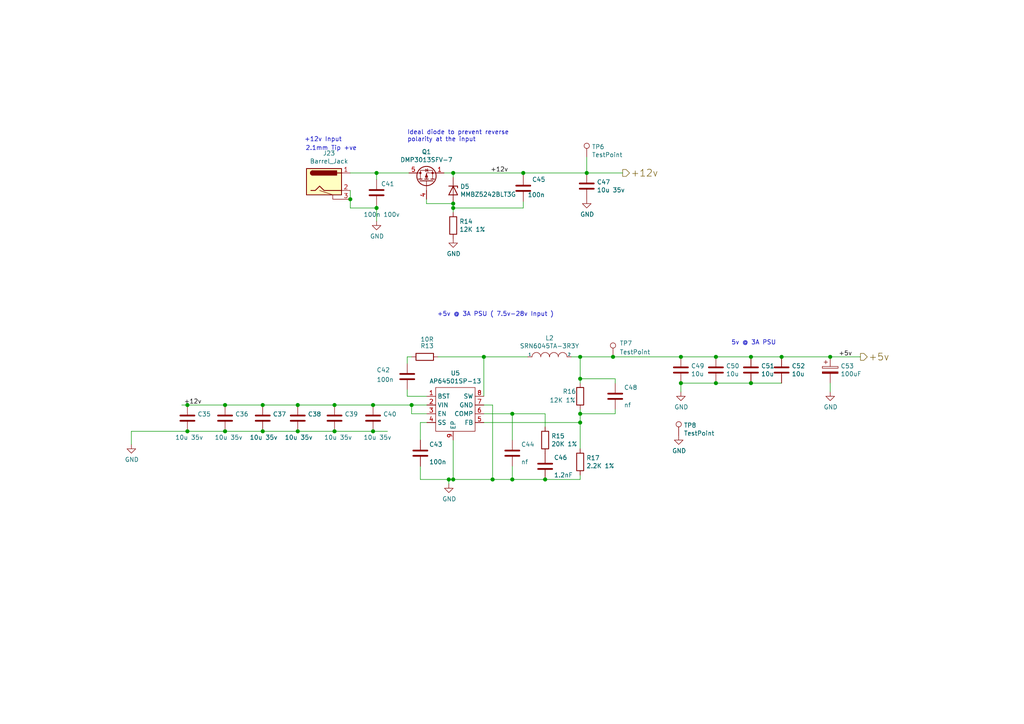
<source format=kicad_sch>
(kicad_sch (version 20210126) (generator eeschema)
  (paper "A4")
  (lib_symbols
    (symbol "CM4IO:AP64351"
      (property "Reference" "U" (at 0 8.89 0))
      (property "Value" "AP64351" (at 1.27 6.35 0))
      (symbol "AP64351_0_1"
        (rectangle (start -5.08 5.08) (end 6.35 -7.62))
      )
      (symbol "AP64351_1_1"
        (pin passive line (at -7.62 2.54 0) (length 2.54) (name "BST") (number "1"))
        (pin power_in line (at -7.62 0 0) (length 2.54) (name "VIN") (number "2"))
        (pin input line (at -7.62 -2.54 0) (length 2.54) (name "EN") (number "3"))
        (pin input line (at -7.62 -5.08 0) (length 2.54) (name "SS") (number "4"))
        (pin input line (at 8.89 -5.08 180) (length 2.54) (name "FB") (number "5"))
        (pin input line (at 8.89 -2.54 180) (length 2.54) (name "COMP") (number "6"))
        (pin power_in line (at 8.89 0 180) (length 2.54) (name "GND") (number "7"))
        (pin output line (at 8.89 2.54 180) (length 2.54) (name "SW") (number "8"))
        (pin passive line (at 0 -10.16 90) (length 2.54) (name "EP") (number "9"))
      )
    )
    (symbol "CM4IO:Barrel_Jack"
      (property "Reference" "J" (at 0 5.334 0))
      (property "Value" "Barrel_Jack" (at 0 -5.08 0))
      (symbol "Barrel_Jack_0_1"
        (arc (start -3.302 3.175) (end -3.302 1.905) (radius (at -3.302 2.54) (length 0.635) (angles 90.1 -90.1)) (stroke (width 0.254)))
        (arc (start -3.302 3.175) (end -3.302 1.905) (radius (at -3.302 2.54) (length 0.635) (angles 90.1 -90.1)) (stroke (width 0.254)) (fill (type outline)))
        (rectangle (start 3.683 3.175) (end -3.302 1.905) (stroke (width 0.254)) (fill (type outline)))
        (rectangle (start -5.08 3.81) (end 5.08 -3.81) (stroke (width 0.254)) (fill (type background)))
        (polyline (pts (xy 5.08 2.54) (xy 3.81 2.54)) (stroke (width 0.254)))
        (polyline (pts (xy 5.08 -5.08) (xy 2.54 -5.08) (xy 2.54 -3.81) (xy -1.27 -2.54)))
        (polyline (pts (xy -3.81 -2.54) (xy -2.54 -2.54) (xy -1.27 -1.27) (xy 0 -2.54) (xy 2.54 -2.54) (xy 5.08 -2.54)) (stroke (width 0.254)))
      )
      (symbol "Barrel_Jack_1_1"
        (pin passive line (at 7.62 2.54 180) (length 2.54) (name "~") (number "1"))
        (pin passive line (at 7.62 -2.54 180) (length 2.54) (name "~") (number "2"))
        (pin passive line (at 7.62 -5.08 180) (length 2.54) (name "~") (number "3"))
      )
    )
    (symbol "Connector:TestPoint" (pin_numbers hide) (pin_names (offset 0.762) hide)
      (property "Reference" "TP" (at 0 6.858 0))
      (property "Value" "TestPoint" (at 0 5.08 0))
      (symbol "TestPoint_0_1"
        (circle (center 0 3.302) (radius 0.762))
      )
      (symbol "TestPoint_1_1"
        (pin passive line (at 0 0 90) (length 2.54) (name "1") (number "1"))
      )
    )
    (symbol "Device:C" (pin_numbers hide) (pin_names (offset 0.254))
      (property "Reference" "C" (at 0.635 2.54 0))
      (property "Value" "C" (at 0.635 -2.54 0))
      (symbol "C_0_1"
        (polyline (pts (xy -2.032 -0.762) (xy 2.032 -0.762)) (stroke (width 0.508)))
        (polyline (pts (xy -2.032 0.762) (xy 2.032 0.762)) (stroke (width 0.508)))
      )
      (symbol "C_1_1"
        (pin passive line (at 0 3.81 270) (length 2.794) (name "~") (number "1"))
        (pin passive line (at 0 -3.81 90) (length 2.794) (name "~") (number "2"))
      )
    )
    (symbol "Device:CP" (pin_numbers hide) (pin_names (offset 0.254))
      (property "Reference" "C" (at 0.635 2.54 0))
      (property "Value" "CP" (at 0.635 -2.54 0))
      (symbol "CP_0_1"
        (rectangle (start -2.286 0.508) (end 2.286 1.016))
        (rectangle (start 2.286 -0.508) (end -2.286 -1.016) (fill (type outline)))
        (polyline (pts (xy -1.778 2.286) (xy -0.762 2.286)))
        (polyline (pts (xy -1.27 2.794) (xy -1.27 1.778)))
      )
      (symbol "CP_1_1"
        (pin passive line (at 0 3.81 270) (length 2.794) (name "~") (number "1"))
        (pin passive line (at 0 -3.81 90) (length 2.794) (name "~") (number "2"))
      )
    )
    (symbol "Device:R" (pin_numbers hide) (pin_names (offset 0))
      (property "Reference" "R" (at 2.032 0 90))
      (property "Value" "R" (at 0 0 90))
      (symbol "R_0_1"
        (rectangle (start -1.016 -2.54) (end 1.016 2.54) (stroke (width 0.254)))
      )
      (symbol "R_1_1"
        (pin passive line (at 0 3.81 270) (length 1.27) (name "~") (number "1"))
        (pin passive line (at 0 -3.81 90) (length 1.27) (name "~") (number "2"))
      )
    )
    (symbol "Diode:BZX84Cxx" (pin_numbers hide) (pin_names hide)
      (property "Reference" "D" (at 0 2.54 0))
      (property "Value" "BZX84Cxx" (at 0 -2.54 0))
      (symbol "BZX84Cxx_0_1"
        (polyline (pts (xy 1.27 0) (xy -1.27 0)))
        (polyline (pts (xy -1.27 -1.27) (xy -1.27 1.27) (xy -0.762 1.27)) (stroke (width 0.254)))
        (polyline (pts (xy 1.27 -1.27) (xy 1.27 1.27) (xy -1.27 0) (xy 1.27 -1.27)) (stroke (width 0.254)))
      )
      (symbol "BZX84Cxx_1_1"
        (pin passive line (at -3.81 0 0) (length 2.54) (name "K") (number "1"))
        (pin passive line (at 3.81 0 180) (length 2.54) (name "A") (number "2"))
      )
    )
    (symbol "Transistor_FET:DMP3013SFV" (pin_names hide)
      (property "Reference" "Q" (at 5.08 1.905 0))
      (property "Value" "DMP3013SFV" (at 5.08 0 0))
      (symbol "DMP3013SFV_0_1"
        (circle (center 1.651 0) (radius 2.794) (stroke (width 0.254)))
        (circle (center 2.54 -1.778) (radius 0.254) (fill (type outline)))
        (circle (center 2.54 1.778) (radius 0.254) (fill (type outline)))
        (polyline (pts (xy 0.254 0) (xy -2.54 0)))
        (polyline (pts (xy 0.254 1.905) (xy 0.254 -1.905)) (stroke (width 0.254)))
        (polyline (pts (xy 0.762 -1.27) (xy 0.762 -2.286)) (stroke (width 0.254)))
        (polyline (pts (xy 0.762 0.508) (xy 0.762 -0.508)) (stroke (width 0.254)))
        (polyline (pts (xy 0.762 2.286) (xy 0.762 1.27)) (stroke (width 0.254)))
        (polyline (pts (xy 2.54 2.54) (xy 2.54 1.778)))
        (polyline (pts (xy 2.54 -2.54) (xy 2.54 0) (xy 0.762 0)))
        (polyline (pts (xy 0.762 1.778) (xy 3.302 1.778) (xy 3.302 -1.778) (xy 0.762 -1.778)))
        (polyline (pts (xy 2.794 -0.508) (xy 2.921 -0.381) (xy 3.683 -0.381) (xy 3.81 -0.254)))
        (polyline (pts (xy 3.302 -0.381) (xy 2.921 0.254) (xy 3.683 0.254) (xy 3.302 -0.381)))
        (polyline (pts (xy 2.286 0) (xy 1.27 0.381) (xy 1.27 -0.381) (xy 2.286 0)) (fill (type outline)))
      )
      (symbol "DMP3013SFV_1_1"
        (pin passive line (at 2.54 -5.08 90) (length 2.54) (name "S") (number "1"))
        (pin passive line (at 2.54 -5.08 90) (length 2.54) hide (name "S") (number "2"))
        (pin passive line (at 2.54 -5.08 90) (length 2.54) hide (name "S") (number "3"))
        (pin passive line (at -5.08 0 0) (length 2.54) (name "G") (number "4"))
        (pin passive line (at 2.54 5.08 270) (length 2.54) (name "D") (number "5"))
      )
    )
    (symbol "power:GND" (power) (pin_names (offset 0))
      (property "Value" "GND" (at 0 -3.81 0))
      (symbol "GND_0_1"
        (polyline (pts (xy 0 0) (xy 0 -1.27) (xy 1.27 -1.27) (xy 0 -2.54) (xy -1.27 -1.27) (xy 0 -1.27)))
      )
      (symbol "GND_1_1"
        (pin power_in line (at 0 0 270) (length 0) hide (name "GND") (number "1"))
      )
    )
    (symbol "pspice:INDUCTOR" (pin_numbers hide) (pin_names (offset 0))
      (property "Reference" "L" (at 0 2.54 0))
      (property "Value" "INDUCTOR" (at 0 -1.27 0))
      (symbol "INDUCTOR_0_1"
        (arc (start -2.54 0) (end -5.08 0) (radius (at -3.81 0) (length 1.27) (angles 0.1 179.9)))
        (arc (start 0 0) (end -2.54 0) (radius (at -1.27 0) (length 1.27) (angles 0.1 179.9)))
        (arc (start 2.54 0) (end 0 0) (radius (at 1.27 0) (length 1.27) (angles 0.1 179.9)))
        (arc (start 5.08 0) (end 2.54 0) (radius (at 3.81 0) (length 1.27) (angles 0.1 179.9)))
      )
      (symbol "INDUCTOR_1_1"
        (pin input line (at -6.35 0 0) (length 1.27) (name "1") (number "1"))
        (pin input line (at 6.35 0 180) (length 1.27) (name "2") (number "2"))
      )
    )
  )
  (junction (at 54.356 117.475) (diameter 1.016))
  (junction (at 54.356 125.095) (diameter 1.016))
  (junction (at 65.278 117.475) (diameter 1.016))
  (junction (at 65.278 125.095) (diameter 1.016))
  (junction (at 76.2 117.475) (diameter 1.016))
  (junction (at 76.2 125.095) (diameter 1.016))
  (junction (at 86.36 117.475) (diameter 1.016))
  (junction (at 86.36 125.095) (diameter 1.016))
  (junction (at 97.028 117.475) (diameter 1.016))
  (junction (at 97.028 125.095) (diameter 1.016))
  (junction (at 101.6 57.785) (diameter 1.016))
  (junction (at 108.204 117.475) (diameter 1.016))
  (junction (at 108.204 125.095) (diameter 1.016))
  (junction (at 109.22 50.165) (diameter 1.016))
  (junction (at 109.22 60.325) (diameter 1.016))
  (junction (at 119.38 117.475) (diameter 1.016))
  (junction (at 130.175 139.065) (diameter 1.016))
  (junction (at 131.445 50.165) (diameter 1.016))
  (junction (at 131.445 59.055) (diameter 1.016))
  (junction (at 131.445 60.325) (diameter 1.016))
  (junction (at 131.445 139.065) (diameter 1.016))
  (junction (at 140.335 103.505) (diameter 1.016))
  (junction (at 142.875 139.065) (diameter 1.016))
  (junction (at 148.59 120.015) (diameter 1.016))
  (junction (at 148.59 139.065) (diameter 1.016))
  (junction (at 151.765 50.165) (diameter 1.016))
  (junction (at 158.115 139.065) (diameter 1.016))
  (junction (at 168.275 103.505) (diameter 1.016))
  (junction (at 168.275 109.855) (diameter 1.016))
  (junction (at 168.275 120.015) (diameter 1.016))
  (junction (at 168.275 122.555) (diameter 1.016))
  (junction (at 170.18 50.165) (diameter 1.016))
  (junction (at 177.8 103.505) (diameter 1.016))
  (junction (at 197.485 103.505) (diameter 1.016))
  (junction (at 197.485 111.125) (diameter 1.016))
  (junction (at 207.645 103.505) (diameter 1.016))
  (junction (at 207.645 111.125) (diameter 1.016))
  (junction (at 217.805 103.505) (diameter 1.016))
  (junction (at 217.805 111.125) (diameter 1.016))
  (junction (at 226.695 103.505) (diameter 1.016))
  (junction (at 240.792 103.505) (diameter 1.016))
  (wire (pts (xy 38.1 125.095) (xy 38.1 128.905)))
  (wire (pts (xy 38.1 125.095) (xy 54.356 125.095)))
  (wire (pts (xy 52.705 117.475) (xy 54.356 117.475)))
  (wire (pts (xy 54.356 117.475) (xy 65.278 117.475)))
  (wire (pts (xy 54.356 125.095) (xy 65.278 125.095)))
  (wire (pts (xy 65.278 117.475) (xy 76.2 117.475)))
  (wire (pts (xy 65.278 125.095) (xy 76.2 125.095)))
  (wire (pts (xy 76.2 117.475) (xy 86.36 117.475)))
  (wire (pts (xy 76.2 125.095) (xy 86.36 125.095)))
  (wire (pts (xy 86.36 117.475) (xy 97.028 117.475)))
  (wire (pts (xy 86.36 125.095) (xy 97.028 125.095)))
  (wire (pts (xy 97.028 117.475) (xy 108.204 117.475)))
  (wire (pts (xy 97.028 125.095) (xy 108.204 125.095)))
  (wire (pts (xy 101.6 50.165) (xy 109.22 50.165)))
  (wire (pts (xy 101.6 57.785) (xy 101.6 55.245)))
  (wire (pts (xy 101.6 60.325) (xy 101.6 57.785)))
  (wire (pts (xy 101.6 60.325) (xy 109.22 60.325)))
  (wire (pts (xy 108.204 117.475) (xy 119.38 117.475)))
  (wire (pts (xy 108.204 125.095) (xy 112.395 125.095)))
  (wire (pts (xy 109.22 50.165) (xy 109.22 52.07)))
  (wire (pts (xy 109.22 50.165) (xy 118.618 50.165)))
  (wire (pts (xy 109.22 59.69) (xy 109.22 60.325)))
  (wire (pts (xy 109.22 60.325) (xy 109.22 64.135)))
  (wire (pts (xy 118.11 103.505) (xy 119.38 103.505)))
  (wire (pts (xy 118.11 105.41) (xy 118.11 103.505)))
  (wire (pts (xy 118.11 113.03) (xy 118.11 114.935)))
  (wire (pts (xy 118.11 114.935) (xy 123.825 114.935)))
  (wire (pts (xy 119.38 117.475) (xy 119.38 120.015)))
  (wire (pts (xy 119.38 117.475) (xy 123.825 117.475)))
  (wire (pts (xy 119.38 120.015) (xy 123.825 120.015)))
  (wire (pts (xy 121.92 122.555) (xy 121.92 127.635)))
  (wire (pts (xy 121.92 135.255) (xy 121.92 139.065)))
  (wire (pts (xy 121.92 139.065) (xy 130.175 139.065)))
  (wire (pts (xy 123.698 57.785) (xy 123.698 59.055)))
  (wire (pts (xy 123.698 59.055) (xy 131.445 59.055)))
  (wire (pts (xy 123.825 122.555) (xy 121.92 122.555)))
  (wire (pts (xy 127 103.505) (xy 140.335 103.505)))
  (wire (pts (xy 128.778 50.165) (xy 131.445 50.165)))
  (wire (pts (xy 130.175 139.065) (xy 131.445 139.065)))
  (wire (pts (xy 130.175 140.335) (xy 130.175 139.065)))
  (wire (pts (xy 131.445 50.165) (xy 131.445 51.435)))
  (wire (pts (xy 131.445 50.165) (xy 151.765 50.165)))
  (wire (pts (xy 131.445 59.055) (xy 131.445 60.325)))
  (wire (pts (xy 131.445 60.325) (xy 131.445 61.595)))
  (wire (pts (xy 131.445 60.325) (xy 151.765 60.325)))
  (wire (pts (xy 131.445 127.635) (xy 131.445 139.065)))
  (wire (pts (xy 131.445 139.065) (xy 142.875 139.065)))
  (wire (pts (xy 140.335 103.505) (xy 140.335 114.935)))
  (wire (pts (xy 140.335 103.505) (xy 153.035 103.505)))
  (wire (pts (xy 140.335 117.475) (xy 142.875 117.475)))
  (wire (pts (xy 140.335 120.015) (xy 148.59 120.015)))
  (wire (pts (xy 140.335 122.555) (xy 168.275 122.555)))
  (wire (pts (xy 142.875 117.475) (xy 142.875 139.065)))
  (wire (pts (xy 142.875 139.065) (xy 148.59 139.065)))
  (wire (pts (xy 148.59 120.015) (xy 148.59 127.635)))
  (wire (pts (xy 148.59 120.015) (xy 158.115 120.015)))
  (wire (pts (xy 148.59 135.255) (xy 148.59 139.065)))
  (wire (pts (xy 148.59 139.065) (xy 158.115 139.065)))
  (wire (pts (xy 151.765 50.165) (xy 151.765 50.8)))
  (wire (pts (xy 151.765 50.165) (xy 170.18 50.165)))
  (wire (pts (xy 151.765 60.325) (xy 151.765 58.42)))
  (wire (pts (xy 158.115 123.825) (xy 158.115 120.015)))
  (wire (pts (xy 158.115 139.065) (xy 168.275 139.065)))
  (wire (pts (xy 165.735 103.505) (xy 168.275 103.505)))
  (wire (pts (xy 168.275 103.505) (xy 168.275 109.855)))
  (wire (pts (xy 168.275 103.505) (xy 177.8 103.505)))
  (wire (pts (xy 168.275 109.855) (xy 168.275 111.125)))
  (wire (pts (xy 168.275 109.855) (xy 178.435 109.855)))
  (wire (pts (xy 168.275 118.745) (xy 168.275 120.015)))
  (wire (pts (xy 168.275 120.015) (xy 168.275 122.555)))
  (wire (pts (xy 168.275 120.015) (xy 178.435 120.015)))
  (wire (pts (xy 168.275 122.555) (xy 168.275 130.175)))
  (wire (pts (xy 168.275 139.065) (xy 168.275 137.795)))
  (wire (pts (xy 170.18 45.593) (xy 170.18 50.165)))
  (wire (pts (xy 170.18 50.165) (xy 180.594 50.165)))
  (wire (pts (xy 177.8 103.505) (xy 197.485 103.505)))
  (wire (pts (xy 178.435 109.855) (xy 178.435 111.125)))
  (wire (pts (xy 178.435 120.015) (xy 178.435 118.745)))
  (wire (pts (xy 197.485 103.505) (xy 207.645 103.505)))
  (wire (pts (xy 197.485 111.125) (xy 197.485 113.665)))
  (wire (pts (xy 207.645 103.505) (xy 217.805 103.505)))
  (wire (pts (xy 207.645 111.125) (xy 197.485 111.125)))
  (wire (pts (xy 217.805 103.505) (xy 226.695 103.505)))
  (wire (pts (xy 217.805 111.125) (xy 207.645 111.125)))
  (wire (pts (xy 226.695 103.505) (xy 240.792 103.505)))
  (wire (pts (xy 226.695 111.125) (xy 217.805 111.125)))
  (wire (pts (xy 240.792 103.505) (xy 249.555 103.505)))
  (wire (pts (xy 240.792 111.125) (xy 240.792 113.665)))
  (text "+12v Input" (at 88.265 41.275 0) (effects (font (size 1.27 1.27)) (justify left bottom)))
  (text "2.1mm Tip +ve" (at 103.505 43.815 180) (effects (font (size 1.27 1.27)) (justify right bottom)))
  (text "Ideal diode to prevent reverse\npolarity at the input" (at 118.11 41.275 0) (effects (font (size 1.27 1.27)) (justify left bottom)))
  (text "+5v @ 3A PSU ( 7.5v-28v Input )" (at 160.655 91.948 180) (effects (font (size 1.27 1.27)) (justify right bottom)))
  (text "5v @ 3A PSU\n" (at 212.09 100.203 0) (effects (font (size 1.27 1.27)) (justify left bottom)))
  (label "+12v" (at 53.34 117.475 0))
  (label "+12v" (at 142.24 50.165 0))
  (label "+5v" (at 243.205 103.505 0))
  (hierarchical_label "+12v" (shape output) (at 180.594 50.165 0) (effects (font (size 2.0066 2.0066))))
  (hierarchical_label "+5v" (shape output) (at 249.555 103.505 0) (effects (font (size 2.0066 2.0066))))
  (symbol (lib_id "Connector:TestPoint") (at 170.18 45.593 0) (unit 1)
    (property "Reference" "TP6" (at 171.6532 42.5958 0) (effects (justify left)))
    (property "Value" "TestPoint" (at 171.6532 44.9072 0) (effects (justify left)))
    (property "Footprint" "TestPoint:TestPoint_Pad_2.0x2.0mm" (effects hide))
    (property "Field4" "nf" (effects hide))
    (property "Field5" "nf" (effects hide))
    (property "Field6" "nf" (effects hide))
    (property "Field7" "nf" (effects hide))
  )
  (symbol (lib_id "Connector:TestPoint") (at 177.8 103.505 0) (unit 1)
    (property "Reference" "TP7" (at 179.705 99.568 0) (effects (justify left)))
    (property "Value" "TestPoint" (at 179.705 102.108 0) (effects (justify left)))
    (property "Footprint" "TestPoint:TestPoint_Pad_2.0x2.0mm" (effects hide))
    (property "Field4" "nf" (effects hide))
    (property "Field5" "nf" (effects hide))
    (property "Field6" "nf" (effects hide))
    (property "Field7" "nf" (effects hide))
  )
  (symbol (lib_id "Connector:TestPoint") (at 196.85 126.365 0) (unit 1)
    (property "Reference" "TP8" (at 198.3232 123.3678 0) (effects (justify left)))
    (property "Value" "TestPoint" (at 198.3232 125.6792 0) (effects (justify left)))
    (property "Footprint" "TestPoint:TestPoint_Pad_2.0x2.0mm" (effects hide))
    (property "Field4" "nf" (effects hide))
    (property "Field5" "nf" (effects hide))
    (property "Field6" "nf" (effects hide))
    (property "Field7" "nf" (effects hide))
  )
  (symbol (lib_id "power:GND") (at 38.1 128.905 0) (unit 1)
    (property "Reference" "#PWR039" (effects hide))
    (property "Value" "GND" (at 38.227 133.2992 0))
  )
  (symbol (lib_id "power:GND") (at 109.22 64.135 0) (unit 1)
    (property "Reference" "#PWR040" (effects hide))
    (property "Value" "GND" (at 109.347 68.5292 0))
  )
  (symbol (lib_id "power:GND") (at 130.175 140.335 0) (unit 1)
    (property "Reference" "#PWR041" (effects hide))
    (property "Value" "GND" (at 130.302 144.7292 0))
  )
  (symbol (lib_id "power:GND") (at 131.445 69.215 0) (unit 1)
    (property "Reference" "#PWR042" (effects hide))
    (property "Value" "GND" (at 131.572 73.6092 0))
  )
  (symbol (lib_id "power:GND") (at 170.18 57.785 0) (unit 1)
    (property "Reference" "#PWR043" (effects hide))
    (property "Value" "GND" (at 170.307 62.1792 0))
  )
  (symbol (lib_id "power:GND") (at 196.85 126.365 0) (unit 1)
    (property "Reference" "#PWR044" (effects hide))
    (property "Value" "GND" (at 196.977 130.7592 0))
  )
  (symbol (lib_id "power:GND") (at 197.485 113.665 0) (unit 1)
    (property "Reference" "#PWR045" (effects hide))
    (property "Value" "GND" (at 197.612 118.0592 0))
  )
  (symbol (lib_id "power:GND") (at 240.792 113.665 0) (unit 1)
    (property "Reference" "#PWR046" (effects hide))
    (property "Value" "GND" (at 240.919 118.0592 0))
  )
  (symbol (lib_id "Device:R") (at 123.19 103.505 270) (unit 1)
    (property "Reference" "R13" (at 121.92 100.33 90) (effects (justify left)))
    (property "Value" "10R" (at 121.92 98.425 90) (effects (justify left)))
    (property "Footprint" "Resistor_SMD:R_0402_1005Metric" (effects hide))
    (property "Datasheet" "https://fscdn.rohm.com/en/products/databook/datasheet/passive/resistor/chip_resistor/mcr-e.pdf" (effects hide))
    (property "Field4" "Farnell" (effects hide))
    (property "Field5" "9238999" (effects hide))
    (property "Field7" "Yageo" (effects hide))
    (property "Field6" "RC0402FR-0710RL" (effects hide))
    (property "Field8" "URES00256" (effects hide))
    (property "Part Description" "Resistor 10R M1005 1% 63mW" (effects hide))
  )
  (symbol (lib_id "Device:R") (at 131.445 65.405 0) (unit 1)
    (property "Reference" "R14" (at 133.223 64.2366 0) (effects (justify left)))
    (property "Value" "12K 1%" (at 133.223 66.548 0) (effects (justify left)))
    (property "Footprint" "Resistor_SMD:R_0402_1005Metric" (effects hide))
    (property "Datasheet" "https://fscdn.rohm.com/en/products/databook/datasheet/passive/resistor/chip_resistor/mcr-e.pdf" (effects hide))
    (property "Field4" "Farnell" (effects hide))
    (property "Field5" "9239367" (effects hide))
    (property "Field7" "Rohm" (effects hide))
    (property "Field6" "MCR01MZPF1202" (effects hide))
    (property "Part Description" "Resistor 12K M1005 1% 63mW" (effects hide))
  )
  (symbol (lib_id "Device:R") (at 158.115 127.635 0) (unit 1)
    (property "Reference" "R15" (at 159.893 126.4666 0) (effects (justify left)))
    (property "Value" "20K 1%" (at 159.893 128.778 0) (effects (justify left)))
    (property "Footprint" "Resistor_SMD:R_0402_1005Metric" (effects hide))
    (property "Datasheet" "https://fscdn.rohm.com/en/products/databook/datasheet/passive/resistor/chip_resistor/mcr-e.pdf" (effects hide))
    (property "Field4" "Farnell" (effects hide))
    (property "Field5" "2331485" (effects hide))
    (property "Field7" "KOA EUROPE GMBH" (effects hide))
    (property "Field6" "RK73H1ETTP2002F" (effects hide))
    (property "Part Description" "Resistor 20K M1005 1% 63mW" (effects hide))
  )
  (symbol (lib_id "Device:R") (at 168.275 114.935 0) (unit 1)
    (property "Reference" "R16" (at 163.195 113.538 0) (effects (justify left)))
    (property "Value" "12K 1%" (at 159.385 116.078 0) (effects (justify left)))
    (property "Footprint" "Resistor_SMD:R_0402_1005Metric" (effects hide))
    (property "Datasheet" "https://fscdn.rohm.com/en/products/databook/datasheet/passive/resistor/chip_resistor/mcr-e.pdf" (effects hide))
    (property "Field4" "Farnell" (effects hide))
    (property "Field5" "9239367" (effects hide))
    (property "Field7" "Rohm" (effects hide))
    (property "Field6" "MCR01MZPF1202" (effects hide))
    (property "Part Description" "Resistor 12K M1005 1% 63mW" (effects hide))
  )
  (symbol (lib_id "Device:R") (at 168.275 133.985 0) (unit 1)
    (property "Reference" "R17" (at 170.053 132.8166 0) (effects (justify left)))
    (property "Value" "2.2K 1%" (at 170.053 135.128 0) (effects (justify left)))
    (property "Footprint" "Resistor_SMD:R_0402_1005Metric" (effects hide))
    (property "Datasheet" "https://fscdn.rohm.com/en/products/databook/datasheet/passive/resistor/chip_resistor/mcr-e.pdf" (effects hide))
    (property "Field4" "Farnell" (effects hide))
    (property "Field5" "9239278" (effects hide))
    (property "Field6" "RK73G1ETQTP2201D         " (effects hide))
    (property "Field7" "KOA EUROPE GMBH" (effects hide))
    (property "Part Description" "Resistor 2.2K M1005 1% 63mW" (effects hide))
    (property "Field8" "120889581" (effects hide))
  )
  (symbol (lib_id "pspice:INDUCTOR") (at 159.385 103.505 0) (unit 1)
    (property "Reference" "L2" (at 159.385 98.044 0))
    (property "Value" "SRN6045TA-3R3Y" (at 159.385 100.3554 0))
    (property "Footprint" "Inductor_SMD:L_Bourns_SRN6045TA" (effects hide))
    (property "Datasheet" "https://www.bourns.com/docs/Product-Datasheets/SRN6045TA.pdf" (effects hide))
    (property "Field4" "Farnell" (effects hide))
    (property "Field5" "2616889" (effects hide))
    (property "Field6" "SRN6045TA-3R3Y" (effects hide))
    (property "Field7" "Bourns" (effects hide))
    (property "Part Description" "3.3µH Semi-Shielded Wirewound Inductor 7.8A 21mOhm Nonstandard" (effects hide))
  )
  (symbol (lib_id "Diode:BZX84Cxx") (at 131.445 55.245 270) (unit 1)
    (property "Reference" "D5" (at 133.477 54.102 90) (effects (justify left)))
    (property "Value" "MMBZ5242BLT3G" (at 133.477 56.388 90) (effects (justify left)))
    (property "Footprint" "Diode_SMD:D_SOT-23_ANK" (effects hide))
    (property "Datasheet" "https://diotec.com/tl_files/diotec/files/pdf/datasheets/bzx84c2v4.pdf" (effects hide))
    (property "Field4" "Digikey" (effects hide))
    (property "Field5" "	MMBZ5242BLT3GOSCT-ND" (effects hide))
    (property "Field6" "MMBZ5242BLT3G" (effects hide))
    (property "Field7" "Onsemi" (effects hide))
    (property "Part Description" "	Zener Diode 12V 225mW 5% Surface Mount SOT-23-3 (TO-236)" (effects hide))
  )
  (symbol (lib_id "Device:C") (at 54.356 121.285 0) (unit 1)
    (property "Reference" "C35" (at 57.277 120.1166 0) (effects (justify left)))
    (property "Value" "10u 35v" (at 50.8 126.873 0) (effects (justify left)))
    (property "Footprint" "Capacitor_SMD:C_0805_2012Metric" (effects hide))
    (property "Datasheet" "https://www.murata.com/en-global/products/productdetail.aspx?partno=GRM21BC8YA106ME11%23" (effects hide))
    (property "Field5" "490-10505-1-ND" (effects hide))
    (property "Field4" "Digikey" (effects hide))
    (property "Field6" "GRM21BC8YA106KE11L " (effects hide))
    (property "Field7" "Murata" (effects hide))
    (property "Part Description" "	10uF 10% or 20% 35V Ceramic Capacitor X6S 0805 (2012 Metric)" (effects hide))
  )
  (symbol (lib_id "Device:C") (at 65.278 121.285 0) (unit 1)
    (property "Reference" "C36" (at 68.199 120.1166 0) (effects (justify left)))
    (property "Value" "10u 35v" (at 62.23 126.873 0) (effects (justify left)))
    (property "Footprint" "Capacitor_SMD:C_0805_2012Metric" (effects hide))
    (property "Datasheet" "https://www.murata.com/en-global/products/productdetail.aspx?partno=GRM21BC8YA106ME11%23" (effects hide))
    (property "Field5" "490-10505-1-ND" (effects hide))
    (property "Field4" "Digikey" (effects hide))
    (property "Field6" "GRM21BC8YA106KE11L " (effects hide))
    (property "Field7" "Murata" (effects hide))
    (property "Part Description" "	10uF 10% or 20% 35V Ceramic Capacitor X6S 0805 (2012 Metric)" (effects hide))
  )
  (symbol (lib_id "Device:C") (at 76.2 121.285 0) (unit 1)
    (property "Reference" "C37" (at 79.121 120.1166 0) (effects (justify left)))
    (property "Value" "10u 35v" (at 72.39 126.873 0) (effects (justify left)))
    (property "Footprint" "Capacitor_SMD:C_0805_2012Metric" (effects hide))
    (property "Datasheet" "https://www.murata.com/en-global/products/productdetail.aspx?partno=GRM21BC8YA106ME11%23" (effects hide))
    (property "Field5" "490-10505-1-ND" (effects hide))
    (property "Field4" "Digikey" (effects hide))
    (property "Field6" "GRM21BC8YA106KE11L " (effects hide))
    (property "Field7" "Murata" (effects hide))
    (property "Part Description" "	10uF 10% or 20% 35V Ceramic Capacitor X6S 0805 (2012 Metric)" (effects hide))
  )
  (symbol (lib_id "Device:C") (at 86.36 121.285 0) (unit 1)
    (property "Reference" "C38" (at 89.281 120.1166 0) (effects (justify left)))
    (property "Value" "10u 35v" (at 82.55 126.873 0) (effects (justify left)))
    (property "Footprint" "Capacitor_SMD:C_0805_2012Metric" (effects hide))
    (property "Datasheet" "https://www.murata.com/en-global/products/productdetail.aspx?partno=GRM21BC8YA106ME11%23" (effects hide))
    (property "Field5" "490-10505-1-ND" (effects hide))
    (property "Field4" "Digikey" (effects hide))
    (property "Field6" "GRM21BC8YA106KE11L " (effects hide))
    (property "Field7" "Murata" (effects hide))
    (property "Part Description" "	10uF 10% or 20% 35V Ceramic Capacitor X6S 0805 (2012 Metric)" (effects hide))
  )
  (symbol (lib_id "Device:C") (at 97.028 121.285 0) (unit 1)
    (property "Reference" "C39" (at 99.949 120.1166 0) (effects (justify left)))
    (property "Value" "10u 35v" (at 93.98 126.873 0) (effects (justify left)))
    (property "Footprint" "Capacitor_SMD:C_0805_2012Metric" (effects hide))
    (property "Datasheet" "https://www.murata.com/en-global/products/productdetail.aspx?partno=GRM21BC8YA106ME11%23" (effects hide))
    (property "Field5" "490-10505-1-ND" (effects hide))
    (property "Field4" "Digikey" (effects hide))
    (property "Field6" "GRM21BC8YA106KE11L " (effects hide))
    (property "Field7" "Murata" (effects hide))
    (property "Part Description" "	10uF 10% or 20% 35V Ceramic Capacitor X6S 0805 (2012 Metric)" (effects hide))
  )
  (symbol (lib_id "Device:C") (at 108.204 121.285 0) (unit 1)
    (property "Reference" "C40" (at 111.125 120.1166 0) (effects (justify left)))
    (property "Value" "10u 35v" (at 105.41 126.873 0) (effects (justify left)))
    (property "Footprint" "Capacitor_SMD:C_0805_2012Metric" (effects hide))
    (property "Datasheet" "https://www.murata.com/en-global/products/productdetail.aspx?partno=GRM21BC8YA106ME11%23" (effects hide))
    (property "Field5" "490-10505-1-ND" (effects hide))
    (property "Field4" "Digikey" (effects hide))
    (property "Field6" "GRM21BC8YA106KE11L " (effects hide))
    (property "Field7" "Murata" (effects hide))
    (property "Part Description" "	10uF 10% or 20% 35V Ceramic Capacitor X6S 0805 (2012 Metric)" (effects hide))
  )
  (symbol (lib_id "Device:C") (at 109.22 55.88 0) (unit 1)
    (property "Reference" "C41" (at 110.49 53.34 0) (effects (justify left)))
    (property "Value" "100n 100v" (at 105.41 62.23 0) (effects (justify left)))
    (property "Footprint" "Capacitor_SMD:C_0402_1005Metric" (effects hide))
    (property "Datasheet" "https://psearch.en.murata.com/capacitor/product/GRM155R62A104KE14%23.pdf" (effects hide))
    (property "Field4" "Farnell" (effects hide))
    (property "Field5" "2611907" (effects hide))
    (property "Field6" "GRM155R62A104KE14D" (effects hide))
    (property "Field7" "Murata" (effects hide))
    (property "Part Description" "	0.1uF 10% 100V Ceramic Capacitor X5R 0402 (1005 Metric)" (effects hide))
  )
  (symbol (lib_id "Device:C") (at 118.11 109.22 0) (unit 1)
    (property "Reference" "C42" (at 109.22 107.315 0) (effects (justify left)))
    (property "Value" "100n" (at 109.22 110.109 0) (effects (justify left)))
    (property "Footprint" "Capacitor_SMD:C_0402_1005Metric" (effects hide))
    (property "Datasheet" "https://search.murata.co.jp/Ceramy/image/img/A01X/G101/ENG/GRM155R71C104KA88-01.pdf" (effects hide))
    (property "Field4" "Farnell" (effects hide))
    (property "Field5" "2611911" (effects hide))
    (property "Field6" "RM EMK105 B7104KV-F" (effects hide))
    (property "Field7" "TAIYO YUDEN EUROPE GMBH" (effects hide))
    (property "Part Description" "	0.1uF 10% 16V Ceramic Capacitor X7R 0402 (1005 Metric)" (effects hide))
    (property "Field8" "110091611" (effects hide))
  )
  (symbol (lib_id "Device:C") (at 121.92 131.445 0) (unit 1)
    (property "Reference" "C43" (at 124.46 128.905 0) (effects (justify left)))
    (property "Value" "100n" (at 124.46 133.985 0) (effects (justify left)))
    (property "Footprint" "Capacitor_SMD:C_0402_1005Metric" (effects hide))
    (property "Datasheet" "https://search.murata.co.jp/Ceramy/image/img/A01X/G101/ENG/GRM155R71C104KA88-01.pdf" (effects hide))
    (property "Field4" "Farnell" (effects hide))
    (property "Field5" "2611911" (effects hide))
    (property "Field6" "RM EMK105 B7104KV-F" (effects hide))
    (property "Field7" "TAIYO YUDEN EUROPE GMBH" (effects hide))
    (property "Part Description" "	0.1uF 10% 16V Ceramic Capacitor X7R 0402 (1005 Metric)" (effects hide))
    (property "Field8" "110091611" (effects hide))
  )
  (symbol (lib_id "Device:C") (at 148.59 131.445 0) (unit 1)
    (property "Reference" "C44" (at 151.13 128.905 0) (effects (justify left)))
    (property "Value" "nf" (at 151.13 133.985 0) (effects (justify left)))
    (property "Footprint" "Capacitor_SMD:C_0402_1005Metric" (effects hide))
  )
  (symbol (lib_id "Device:C") (at 151.765 54.61 0) (unit 1)
    (property "Reference" "C45" (at 154.305 52.07 0) (effects (justify left)))
    (property "Value" "100n" (at 153.035 56.515 0) (effects (justify left)))
    (property "Footprint" "Capacitor_SMD:C_0402_1005Metric" (effects hide))
    (property "Datasheet" "https://search.murata.co.jp/Ceramy/image/img/A01X/G101/ENG/GRM155R71C104KA88-01.pdf" (effects hide))
    (property "Field4" "Farnell" (effects hide))
    (property "Field5" "2611911" (effects hide))
    (property "Field6" "RM EMK105 B7104KV-F" (effects hide))
    (property "Field7" "TAIYO YUDEN EUROPE GMBH" (effects hide))
    (property "Part Description" "	0.1uF 10% 16V Ceramic Capacitor X7R 0402 (1005 Metric)" (effects hide))
    (property "Field8" "110091611" (effects hide))
  )
  (symbol (lib_id "Device:C") (at 158.115 135.255 0) (unit 1)
    (property "Reference" "C46" (at 160.655 132.715 0) (effects (justify left)))
    (property "Value" "1.2nF" (at 160.655 137.795 0) (effects (justify left)))
    (property "Footprint" "Capacitor_SMD:C_0402_1005Metric" (effects hide))
    (property "Datasheet" "http://www.farnell.com/datasheets/2734135.pdf?_ga=2.259347658.1738794919.1588350964-1787849031.1568210898&_gac=1.15394434.1588350964.EAIaIQobChMIgrHHs4yT6QIVxevtCh39TA_nEAAYASAAEgK8PfD_BwE" (effects hide))
    (property "Field4" "Digikey" (effects hide))
    (property "Field5" "490-16429-1-ND" (effects hide))
    (property "Field6" "GCM155R71H122KA37D" (effects hide))
    (property "Field7" "Murata" (effects hide))
    (property "Part Description" "1200pF 10% 10V Ceramic Capacitor X5R 0402 (1005 Metric)" (effects hide))
  )
  (symbol (lib_id "Device:C") (at 170.18 53.975 0) (unit 1)
    (property "Reference" "C47" (at 173.101 52.8066 0) (effects (justify left)))
    (property "Value" "10u 35v" (at 173.101 55.118 0) (effects (justify left)))
    (property "Footprint" "Capacitor_SMD:C_0805_2012Metric" (effects hide))
    (property "Datasheet" "https://www.murata.com/en-global/products/productdetail.aspx?partno=GRM21BC8YA106ME11%23" (effects hide))
    (property "Field5" "490-10505-1-ND" (effects hide))
    (property "Field4" "Digikey" (effects hide))
    (property "Field6" "GRM21BC8YA106KE11L " (effects hide))
    (property "Field7" "Murata" (effects hide))
    (property "Part Description" "	10uF 10% or 20% 35V Ceramic Capacitor X6S 0805 (2012 Metric)" (effects hide))
  )
  (symbol (lib_id "Device:C") (at 178.435 114.935 0) (unit 1)
    (property "Reference" "C48" (at 180.975 112.395 0) (effects (justify left)))
    (property "Value" "nf" (at 180.975 117.475 0) (effects (justify left)))
    (property "Footprint" "Capacitor_SMD:C_0402_1005Metric" (effects hide))
    (property "Datasheet" "http://www.farnell.com/datasheets/2048267.pdf?_ga=2.222777691.1738794919.1588350964-1787849031.1568210898&_gac=1.250356018.1588350964.EAIaIQobChMIgrHHs4yT6QIVxevtCh39TA_nEAAYASAAEgK8PfD_BwE" (effects hide))
    (property "Field4" "Farnell" (effects hide))
    (property "Field5" "2666374" (effects hide))
    (property "Field6" "GRM1555C1H221JA01D" (effects hide))
    (property "Field7" "Murata" (effects hide))
    (property "Part Description" "220 pF, 50 V, 0402 [1005 Metric], ± 5%, C0G / NP0/CH, GCM Series" (effects hide))
  )
  (symbol (lib_id "Device:C") (at 197.485 107.315 0) (unit 1)
    (property "Reference" "C49" (at 200.406 106.1466 0) (effects (justify left)))
    (property "Value" "10u" (at 200.406 108.458 0) (effects (justify left)))
    (property "Footprint" "Capacitor_SMD:C_0805_2012Metric" (effects hide))
    (property "Datasheet" "https://search.murata.co.jp/Ceramy/image/img/A01X/G101/ENG/GRM21BR71A106KA73-01.pdf" (effects hide))
    (property "Field5" "490-14381-1-ND" (effects hide))
    (property "Field4" "Digikey" (effects hide))
    (property "Field6" "GRM21BR71A106KA73L" (effects hide))
    (property "Field7" "Murata" (effects hide))
    (property "Part Description" "	10uF 10% 10V Ceramic Capacitor X7R 0805 (2012 Metric)" (effects hide))
    (property "Field8" "111893011" (effects hide))
  )
  (symbol (lib_id "Device:C") (at 207.645 107.315 0) (unit 1)
    (property "Reference" "C50" (at 210.566 106.1466 0) (effects (justify left)))
    (property "Value" "10u" (at 210.566 108.458 0) (effects (justify left)))
    (property "Footprint" "Capacitor_SMD:C_0805_2012Metric" (effects hide))
    (property "Datasheet" "https://search.murata.co.jp/Ceramy/image/img/A01X/G101/ENG/GRM21BR71A106KA73-01.pdf" (effects hide))
    (property "Field5" "490-14381-1-ND" (effects hide))
    (property "Field4" "Digikey" (effects hide))
    (property "Field6" "GRM21BR71A106KA73L" (effects hide))
    (property "Field7" "Murata" (effects hide))
    (property "Part Description" "	10uF 10% 10V Ceramic Capacitor X7R 0805 (2012 Metric)" (effects hide))
    (property "Field8" "111893011" (effects hide))
  )
  (symbol (lib_id "Device:C") (at 217.805 107.315 0) (unit 1)
    (property "Reference" "C51" (at 220.726 106.1466 0) (effects (justify left)))
    (property "Value" "10u" (at 220.726 108.458 0) (effects (justify left)))
    (property "Footprint" "Capacitor_SMD:C_0805_2012Metric" (effects hide))
    (property "Datasheet" "https://search.murata.co.jp/Ceramy/image/img/A01X/G101/ENG/GRM21BR71A106KA73-01.pdf" (effects hide))
    (property "Field5" "490-14381-1-ND" (effects hide))
    (property "Field4" "Digikey" (effects hide))
    (property "Field6" "GRM21BR71A106KA73L" (effects hide))
    (property "Field7" "Murata" (effects hide))
    (property "Part Description" "	10uF 10% 10V Ceramic Capacitor X7R 0805 (2012 Metric)" (effects hide))
    (property "Field8" "111893011" (effects hide))
  )
  (symbol (lib_id "Device:C") (at 226.695 107.315 0) (unit 1)
    (property "Reference" "C52" (at 229.616 106.1466 0) (effects (justify left)))
    (property "Value" "10u" (at 229.616 108.458 0) (effects (justify left)))
    (property "Footprint" "Capacitor_SMD:C_0805_2012Metric" (effects hide))
    (property "Datasheet" "https://search.murata.co.jp/Ceramy/image/img/A01X/G101/ENG/GRM21BR71A106KA73-01.pdf" (effects hide))
    (property "Field5" "490-14381-1-ND" (effects hide))
    (property "Field4" "Digikey" (effects hide))
    (property "Field6" "GRM21BR71A106KA73L" (effects hide))
    (property "Field7" "Murata" (effects hide))
    (property "Part Description" "	10uF 10% 10V Ceramic Capacitor X7R 0805 (2012 Metric)" (effects hide))
    (property "Field8" "111893011" (effects hide))
  )
  (symbol (lib_id "Device:CP") (at 240.792 107.315 0) (unit 1)
    (property "Reference" "C53" (at 243.7892 106.172 0) (effects (justify left)))
    (property "Value" "100uF" (at 243.7892 108.458 0) (effects (justify left)))
    (property "Footprint" "Capacitor_Tantalum_SMD:CP_EIA-7343-31_Kemet-D" (effects hide))
    (property "Field4" "Mouser" (effects hide))
    (property "Field5" "667-EEF-CX0J101R" (effects hide))
    (property "Part Description" "Capacitor, SP-Cap, 100u, 6.3V, 15mR ESR" (effects hide))
  )
  (symbol (lib_id "Transistor_FET:DMP3013SFV") (at 123.698 52.705 90) (unit 1)
    (property "Reference" "Q1" (at 123.698 44.0436 90))
    (property "Value" "DMP3013SFV-7" (at 123.698 46.355 90))
    (property "Footprint" "Package_SON:Diodes_PowerDI3333-8" (effects hide))
    (property "Datasheet" "https://www.diodes.com/assets/Datasheets/DMP3013SFV.pdf" (effects hide))
    (property "Field4" "Farnell" (effects hide))
    (property "Field5" "3405192" (effects hide))
    (property "Field6" "DMP3013SFV-7" (effects hide))
    (property "Field7" "Diodes" (effects hide))
    (property "Part Description" "DMP3013SFV-7 -  Power MOSFET, P Channel, 30 V, 12 A, 0.008 ohm, PowerDI3333, Surface Mount" (effects hide))
  )
  (symbol (lib_id "CM4IO:Barrel_Jack") (at 93.98 52.705 0) (unit 1)
    (property "Reference" "J23" (at 95.4278 44.45 0))
    (property "Value" "Barrel_Jack" (at 95.4278 46.7614 0))
    (property "Footprint" "Connector_BarrelJack:BarrelJack_Horizontal" (effects hide))
    (property "Datasheet" "https://www.toby.co.uk/uploads/publications/842.pdf" (effects hide))
    (property "Field4" "Toby" (effects hide))
    (property "Field5" "DC-001-A-2.1mm-R" (effects hide))
    (property "Part Description" "DC Power Connectors PCB 2.1MM" (effects hide))
    (property "Field6" "DC-001-A-2.1mm-R" (effects hide))
    (property "Field7" "Valcon" (effects hide))
  )
  (symbol (lib_id "CM4IO:AP64351") (at 131.445 117.475 0) (unit 1)
    (property "Reference" "U5" (at 132.08 108.2294 0))
    (property "Value" "AP64501SP-13" (at 132.08 110.5408 0))
    (property "Footprint" "Package_SO:SOIC-8-1EP_3.9x4.9mm_P1.27mm_EP2.95x4.9mm_Mask2.71x3.4mm_ThermalVias" (effects hide))
    (property "Datasheet" "https://www.diodes.com/assets/Datasheets/AP64501.pdf" (effects hide))
    (property "Field4" "Digikey" (effects hide))
    (property "Field5" "31-AP64501SP-13CT-ND" (effects hide))
    (property "Field6" "AP64501SP-13" (effects hide))
    (property "Field7" "Diodes" (effects hide))
    (property "Part Description" "Buck Switching Regulator IC Positive Adjustable 0.8V 1 Output 5A 8-SOIC (0.154\", 3.90mm Width) Exposed Pad" (effects hide))
  )
)
</source>
